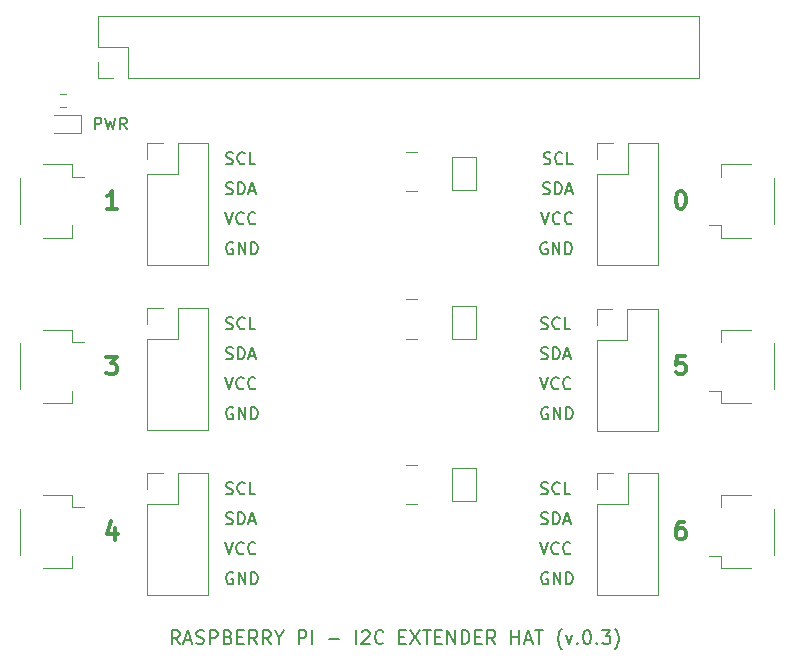
<source format=gbr>
%TF.GenerationSoftware,KiCad,Pcbnew,5.1.10*%
%TF.CreationDate,2021-06-19T09:57:27+02:00*%
%TF.ProjectId,RaspberryI2Cextender,52617370-6265-4727-9279-493243657874,rev?*%
%TF.SameCoordinates,Original*%
%TF.FileFunction,Legend,Top*%
%TF.FilePolarity,Positive*%
%FSLAX46Y46*%
G04 Gerber Fmt 4.6, Leading zero omitted, Abs format (unit mm)*
G04 Created by KiCad (PCBNEW 5.1.10) date 2021-06-19 09:57:27*
%MOMM*%
%LPD*%
G01*
G04 APERTURE LIST*
%ADD10C,0.150000*%
%ADD11C,0.300000*%
%ADD12C,0.120000*%
G04 APERTURE END LIST*
D10*
X146972976Y-82319761D02*
X147115833Y-82367380D01*
X147353928Y-82367380D01*
X147449166Y-82319761D01*
X147496785Y-82272142D01*
X147544404Y-82176904D01*
X147544404Y-82081666D01*
X147496785Y-81986428D01*
X147449166Y-81938809D01*
X147353928Y-81891190D01*
X147163452Y-81843571D01*
X147068214Y-81795952D01*
X147020595Y-81748333D01*
X146972976Y-81653095D01*
X146972976Y-81557857D01*
X147020595Y-81462619D01*
X147068214Y-81415000D01*
X147163452Y-81367380D01*
X147401547Y-81367380D01*
X147544404Y-81415000D01*
X147972976Y-82367380D02*
X147972976Y-81367380D01*
X148211071Y-81367380D01*
X148353928Y-81415000D01*
X148449166Y-81510238D01*
X148496785Y-81605476D01*
X148544404Y-81795952D01*
X148544404Y-81938809D01*
X148496785Y-82129285D01*
X148449166Y-82224523D01*
X148353928Y-82319761D01*
X148211071Y-82367380D01*
X147972976Y-82367380D01*
X148925357Y-82081666D02*
X149401547Y-82081666D01*
X148830119Y-82367380D02*
X149163452Y-81367380D01*
X149496785Y-82367380D01*
X147544404Y-86495000D02*
X147449166Y-86447380D01*
X147306309Y-86447380D01*
X147163452Y-86495000D01*
X147068214Y-86590238D01*
X147020595Y-86685476D01*
X146972976Y-86875952D01*
X146972976Y-87018809D01*
X147020595Y-87209285D01*
X147068214Y-87304523D01*
X147163452Y-87399761D01*
X147306309Y-87447380D01*
X147401547Y-87447380D01*
X147544404Y-87399761D01*
X147592023Y-87352142D01*
X147592023Y-87018809D01*
X147401547Y-87018809D01*
X148020595Y-87447380D02*
X148020595Y-86447380D01*
X148592023Y-87447380D01*
X148592023Y-86447380D01*
X149068214Y-87447380D02*
X149068214Y-86447380D01*
X149306309Y-86447380D01*
X149449166Y-86495000D01*
X149544404Y-86590238D01*
X149592023Y-86685476D01*
X149639642Y-86875952D01*
X149639642Y-87018809D01*
X149592023Y-87209285D01*
X149544404Y-87304523D01*
X149449166Y-87399761D01*
X149306309Y-87447380D01*
X149068214Y-87447380D01*
X146877738Y-83907380D02*
X147211071Y-84907380D01*
X147544404Y-83907380D01*
X148449166Y-84812142D02*
X148401547Y-84859761D01*
X148258690Y-84907380D01*
X148163452Y-84907380D01*
X148020595Y-84859761D01*
X147925357Y-84764523D01*
X147877738Y-84669285D01*
X147830119Y-84478809D01*
X147830119Y-84335952D01*
X147877738Y-84145476D01*
X147925357Y-84050238D01*
X148020595Y-83955000D01*
X148163452Y-83907380D01*
X148258690Y-83907380D01*
X148401547Y-83955000D01*
X148449166Y-84002619D01*
X149449166Y-84812142D02*
X149401547Y-84859761D01*
X149258690Y-84907380D01*
X149163452Y-84907380D01*
X149020595Y-84859761D01*
X148925357Y-84764523D01*
X148877738Y-84669285D01*
X148830119Y-84478809D01*
X148830119Y-84335952D01*
X148877738Y-84145476D01*
X148925357Y-84050238D01*
X149020595Y-83955000D01*
X149163452Y-83907380D01*
X149258690Y-83907380D01*
X149401547Y-83955000D01*
X149449166Y-84002619D01*
X146972976Y-79779761D02*
X147115833Y-79827380D01*
X147353928Y-79827380D01*
X147449166Y-79779761D01*
X147496785Y-79732142D01*
X147544404Y-79636904D01*
X147544404Y-79541666D01*
X147496785Y-79446428D01*
X147449166Y-79398809D01*
X147353928Y-79351190D01*
X147163452Y-79303571D01*
X147068214Y-79255952D01*
X147020595Y-79208333D01*
X146972976Y-79113095D01*
X146972976Y-79017857D01*
X147020595Y-78922619D01*
X147068214Y-78875000D01*
X147163452Y-78827380D01*
X147401547Y-78827380D01*
X147544404Y-78875000D01*
X148544404Y-79732142D02*
X148496785Y-79779761D01*
X148353928Y-79827380D01*
X148258690Y-79827380D01*
X148115833Y-79779761D01*
X148020595Y-79684523D01*
X147972976Y-79589285D01*
X147925357Y-79398809D01*
X147925357Y-79255952D01*
X147972976Y-79065476D01*
X148020595Y-78970238D01*
X148115833Y-78875000D01*
X148258690Y-78827380D01*
X148353928Y-78827380D01*
X148496785Y-78875000D01*
X148544404Y-78922619D01*
X149449166Y-79827380D02*
X148972976Y-79827380D01*
X148972976Y-78827380D01*
X146972976Y-65809761D02*
X147115833Y-65857380D01*
X147353928Y-65857380D01*
X147449166Y-65809761D01*
X147496785Y-65762142D01*
X147544404Y-65666904D01*
X147544404Y-65571666D01*
X147496785Y-65476428D01*
X147449166Y-65428809D01*
X147353928Y-65381190D01*
X147163452Y-65333571D01*
X147068214Y-65285952D01*
X147020595Y-65238333D01*
X146972976Y-65143095D01*
X146972976Y-65047857D01*
X147020595Y-64952619D01*
X147068214Y-64905000D01*
X147163452Y-64857380D01*
X147401547Y-64857380D01*
X147544404Y-64905000D01*
X148544404Y-65762142D02*
X148496785Y-65809761D01*
X148353928Y-65857380D01*
X148258690Y-65857380D01*
X148115833Y-65809761D01*
X148020595Y-65714523D01*
X147972976Y-65619285D01*
X147925357Y-65428809D01*
X147925357Y-65285952D01*
X147972976Y-65095476D01*
X148020595Y-65000238D01*
X148115833Y-64905000D01*
X148258690Y-64857380D01*
X148353928Y-64857380D01*
X148496785Y-64905000D01*
X148544404Y-64952619D01*
X149449166Y-65857380D02*
X148972976Y-65857380D01*
X148972976Y-64857380D01*
X146972976Y-68349761D02*
X147115833Y-68397380D01*
X147353928Y-68397380D01*
X147449166Y-68349761D01*
X147496785Y-68302142D01*
X147544404Y-68206904D01*
X147544404Y-68111666D01*
X147496785Y-68016428D01*
X147449166Y-67968809D01*
X147353928Y-67921190D01*
X147163452Y-67873571D01*
X147068214Y-67825952D01*
X147020595Y-67778333D01*
X146972976Y-67683095D01*
X146972976Y-67587857D01*
X147020595Y-67492619D01*
X147068214Y-67445000D01*
X147163452Y-67397380D01*
X147401547Y-67397380D01*
X147544404Y-67445000D01*
X147972976Y-68397380D02*
X147972976Y-67397380D01*
X148211071Y-67397380D01*
X148353928Y-67445000D01*
X148449166Y-67540238D01*
X148496785Y-67635476D01*
X148544404Y-67825952D01*
X148544404Y-67968809D01*
X148496785Y-68159285D01*
X148449166Y-68254523D01*
X148353928Y-68349761D01*
X148211071Y-68397380D01*
X147972976Y-68397380D01*
X148925357Y-68111666D02*
X149401547Y-68111666D01*
X148830119Y-68397380D02*
X149163452Y-67397380D01*
X149496785Y-68397380D01*
X147544404Y-72525000D02*
X147449166Y-72477380D01*
X147306309Y-72477380D01*
X147163452Y-72525000D01*
X147068214Y-72620238D01*
X147020595Y-72715476D01*
X146972976Y-72905952D01*
X146972976Y-73048809D01*
X147020595Y-73239285D01*
X147068214Y-73334523D01*
X147163452Y-73429761D01*
X147306309Y-73477380D01*
X147401547Y-73477380D01*
X147544404Y-73429761D01*
X147592023Y-73382142D01*
X147592023Y-73048809D01*
X147401547Y-73048809D01*
X148020595Y-73477380D02*
X148020595Y-72477380D01*
X148592023Y-73477380D01*
X148592023Y-72477380D01*
X149068214Y-73477380D02*
X149068214Y-72477380D01*
X149306309Y-72477380D01*
X149449166Y-72525000D01*
X149544404Y-72620238D01*
X149592023Y-72715476D01*
X149639642Y-72905952D01*
X149639642Y-73048809D01*
X149592023Y-73239285D01*
X149544404Y-73334523D01*
X149449166Y-73429761D01*
X149306309Y-73477380D01*
X149068214Y-73477380D01*
X146877738Y-69937380D02*
X147211071Y-70937380D01*
X147544404Y-69937380D01*
X148449166Y-70842142D02*
X148401547Y-70889761D01*
X148258690Y-70937380D01*
X148163452Y-70937380D01*
X148020595Y-70889761D01*
X147925357Y-70794523D01*
X147877738Y-70699285D01*
X147830119Y-70508809D01*
X147830119Y-70365952D01*
X147877738Y-70175476D01*
X147925357Y-70080238D01*
X148020595Y-69985000D01*
X148163452Y-69937380D01*
X148258690Y-69937380D01*
X148401547Y-69985000D01*
X148449166Y-70032619D01*
X149449166Y-70842142D02*
X149401547Y-70889761D01*
X149258690Y-70937380D01*
X149163452Y-70937380D01*
X149020595Y-70889761D01*
X148925357Y-70794523D01*
X148877738Y-70699285D01*
X148830119Y-70508809D01*
X148830119Y-70365952D01*
X148877738Y-70175476D01*
X148925357Y-70080238D01*
X149020595Y-69985000D01*
X149163452Y-69937380D01*
X149258690Y-69937380D01*
X149401547Y-69985000D01*
X149449166Y-70032619D01*
X147476785Y-58555000D02*
X147381547Y-58507380D01*
X147238690Y-58507380D01*
X147095833Y-58555000D01*
X147000595Y-58650238D01*
X146952976Y-58745476D01*
X146905357Y-58935952D01*
X146905357Y-59078809D01*
X146952976Y-59269285D01*
X147000595Y-59364523D01*
X147095833Y-59459761D01*
X147238690Y-59507380D01*
X147333928Y-59507380D01*
X147476785Y-59459761D01*
X147524404Y-59412142D01*
X147524404Y-59078809D01*
X147333928Y-59078809D01*
X147952976Y-59507380D02*
X147952976Y-58507380D01*
X148524404Y-59507380D01*
X148524404Y-58507380D01*
X149000595Y-59507380D02*
X149000595Y-58507380D01*
X149238690Y-58507380D01*
X149381547Y-58555000D01*
X149476785Y-58650238D01*
X149524404Y-58745476D01*
X149572023Y-58935952D01*
X149572023Y-59078809D01*
X149524404Y-59269285D01*
X149476785Y-59364523D01*
X149381547Y-59459761D01*
X149238690Y-59507380D01*
X149000595Y-59507380D01*
X147000595Y-55967380D02*
X147333928Y-56967380D01*
X147667261Y-55967380D01*
X148572023Y-56872142D02*
X148524404Y-56919761D01*
X148381547Y-56967380D01*
X148286309Y-56967380D01*
X148143452Y-56919761D01*
X148048214Y-56824523D01*
X148000595Y-56729285D01*
X147952976Y-56538809D01*
X147952976Y-56395952D01*
X148000595Y-56205476D01*
X148048214Y-56110238D01*
X148143452Y-56015000D01*
X148286309Y-55967380D01*
X148381547Y-55967380D01*
X148524404Y-56015000D01*
X148572023Y-56062619D01*
X149572023Y-56872142D02*
X149524404Y-56919761D01*
X149381547Y-56967380D01*
X149286309Y-56967380D01*
X149143452Y-56919761D01*
X149048214Y-56824523D01*
X149000595Y-56729285D01*
X148952976Y-56538809D01*
X148952976Y-56395952D01*
X149000595Y-56205476D01*
X149048214Y-56110238D01*
X149143452Y-56015000D01*
X149286309Y-55967380D01*
X149381547Y-55967380D01*
X149524404Y-56015000D01*
X149572023Y-56062619D01*
X147143452Y-54379761D02*
X147286309Y-54427380D01*
X147524404Y-54427380D01*
X147619642Y-54379761D01*
X147667261Y-54332142D01*
X147714880Y-54236904D01*
X147714880Y-54141666D01*
X147667261Y-54046428D01*
X147619642Y-53998809D01*
X147524404Y-53951190D01*
X147333928Y-53903571D01*
X147238690Y-53855952D01*
X147191071Y-53808333D01*
X147143452Y-53713095D01*
X147143452Y-53617857D01*
X147191071Y-53522619D01*
X147238690Y-53475000D01*
X147333928Y-53427380D01*
X147572023Y-53427380D01*
X147714880Y-53475000D01*
X148143452Y-54427380D02*
X148143452Y-53427380D01*
X148381547Y-53427380D01*
X148524404Y-53475000D01*
X148619642Y-53570238D01*
X148667261Y-53665476D01*
X148714880Y-53855952D01*
X148714880Y-53998809D01*
X148667261Y-54189285D01*
X148619642Y-54284523D01*
X148524404Y-54379761D01*
X148381547Y-54427380D01*
X148143452Y-54427380D01*
X149095833Y-54141666D02*
X149572023Y-54141666D01*
X149000595Y-54427380D02*
X149333928Y-53427380D01*
X149667261Y-54427380D01*
X147191071Y-51839761D02*
X147333928Y-51887380D01*
X147572023Y-51887380D01*
X147667261Y-51839761D01*
X147714880Y-51792142D01*
X147762500Y-51696904D01*
X147762500Y-51601666D01*
X147714880Y-51506428D01*
X147667261Y-51458809D01*
X147572023Y-51411190D01*
X147381547Y-51363571D01*
X147286309Y-51315952D01*
X147238690Y-51268333D01*
X147191071Y-51173095D01*
X147191071Y-51077857D01*
X147238690Y-50982619D01*
X147286309Y-50935000D01*
X147381547Y-50887380D01*
X147619642Y-50887380D01*
X147762500Y-50935000D01*
X148762500Y-51792142D02*
X148714880Y-51839761D01*
X148572023Y-51887380D01*
X148476785Y-51887380D01*
X148333928Y-51839761D01*
X148238690Y-51744523D01*
X148191071Y-51649285D01*
X148143452Y-51458809D01*
X148143452Y-51315952D01*
X148191071Y-51125476D01*
X148238690Y-51030238D01*
X148333928Y-50935000D01*
X148476785Y-50887380D01*
X148572023Y-50887380D01*
X148714880Y-50935000D01*
X148762500Y-50982619D01*
X149667261Y-51887380D02*
X149191071Y-51887380D01*
X149191071Y-50887380D01*
X120302976Y-82319761D02*
X120445833Y-82367380D01*
X120683928Y-82367380D01*
X120779166Y-82319761D01*
X120826785Y-82272142D01*
X120874404Y-82176904D01*
X120874404Y-82081666D01*
X120826785Y-81986428D01*
X120779166Y-81938809D01*
X120683928Y-81891190D01*
X120493452Y-81843571D01*
X120398214Y-81795952D01*
X120350595Y-81748333D01*
X120302976Y-81653095D01*
X120302976Y-81557857D01*
X120350595Y-81462619D01*
X120398214Y-81415000D01*
X120493452Y-81367380D01*
X120731547Y-81367380D01*
X120874404Y-81415000D01*
X121302976Y-82367380D02*
X121302976Y-81367380D01*
X121541071Y-81367380D01*
X121683928Y-81415000D01*
X121779166Y-81510238D01*
X121826785Y-81605476D01*
X121874404Y-81795952D01*
X121874404Y-81938809D01*
X121826785Y-82129285D01*
X121779166Y-82224523D01*
X121683928Y-82319761D01*
X121541071Y-82367380D01*
X121302976Y-82367380D01*
X122255357Y-82081666D02*
X122731547Y-82081666D01*
X122160119Y-82367380D02*
X122493452Y-81367380D01*
X122826785Y-82367380D01*
X120874404Y-86495000D02*
X120779166Y-86447380D01*
X120636309Y-86447380D01*
X120493452Y-86495000D01*
X120398214Y-86590238D01*
X120350595Y-86685476D01*
X120302976Y-86875952D01*
X120302976Y-87018809D01*
X120350595Y-87209285D01*
X120398214Y-87304523D01*
X120493452Y-87399761D01*
X120636309Y-87447380D01*
X120731547Y-87447380D01*
X120874404Y-87399761D01*
X120922023Y-87352142D01*
X120922023Y-87018809D01*
X120731547Y-87018809D01*
X121350595Y-87447380D02*
X121350595Y-86447380D01*
X121922023Y-87447380D01*
X121922023Y-86447380D01*
X122398214Y-87447380D02*
X122398214Y-86447380D01*
X122636309Y-86447380D01*
X122779166Y-86495000D01*
X122874404Y-86590238D01*
X122922023Y-86685476D01*
X122969642Y-86875952D01*
X122969642Y-87018809D01*
X122922023Y-87209285D01*
X122874404Y-87304523D01*
X122779166Y-87399761D01*
X122636309Y-87447380D01*
X122398214Y-87447380D01*
X120207738Y-83907380D02*
X120541071Y-84907380D01*
X120874404Y-83907380D01*
X121779166Y-84812142D02*
X121731547Y-84859761D01*
X121588690Y-84907380D01*
X121493452Y-84907380D01*
X121350595Y-84859761D01*
X121255357Y-84764523D01*
X121207738Y-84669285D01*
X121160119Y-84478809D01*
X121160119Y-84335952D01*
X121207738Y-84145476D01*
X121255357Y-84050238D01*
X121350595Y-83955000D01*
X121493452Y-83907380D01*
X121588690Y-83907380D01*
X121731547Y-83955000D01*
X121779166Y-84002619D01*
X122779166Y-84812142D02*
X122731547Y-84859761D01*
X122588690Y-84907380D01*
X122493452Y-84907380D01*
X122350595Y-84859761D01*
X122255357Y-84764523D01*
X122207738Y-84669285D01*
X122160119Y-84478809D01*
X122160119Y-84335952D01*
X122207738Y-84145476D01*
X122255357Y-84050238D01*
X122350595Y-83955000D01*
X122493452Y-83907380D01*
X122588690Y-83907380D01*
X122731547Y-83955000D01*
X122779166Y-84002619D01*
X120302976Y-79779761D02*
X120445833Y-79827380D01*
X120683928Y-79827380D01*
X120779166Y-79779761D01*
X120826785Y-79732142D01*
X120874404Y-79636904D01*
X120874404Y-79541666D01*
X120826785Y-79446428D01*
X120779166Y-79398809D01*
X120683928Y-79351190D01*
X120493452Y-79303571D01*
X120398214Y-79255952D01*
X120350595Y-79208333D01*
X120302976Y-79113095D01*
X120302976Y-79017857D01*
X120350595Y-78922619D01*
X120398214Y-78875000D01*
X120493452Y-78827380D01*
X120731547Y-78827380D01*
X120874404Y-78875000D01*
X121874404Y-79732142D02*
X121826785Y-79779761D01*
X121683928Y-79827380D01*
X121588690Y-79827380D01*
X121445833Y-79779761D01*
X121350595Y-79684523D01*
X121302976Y-79589285D01*
X121255357Y-79398809D01*
X121255357Y-79255952D01*
X121302976Y-79065476D01*
X121350595Y-78970238D01*
X121445833Y-78875000D01*
X121588690Y-78827380D01*
X121683928Y-78827380D01*
X121826785Y-78875000D01*
X121874404Y-78922619D01*
X122779166Y-79827380D02*
X122302976Y-79827380D01*
X122302976Y-78827380D01*
X120302976Y-68349761D02*
X120445833Y-68397380D01*
X120683928Y-68397380D01*
X120779166Y-68349761D01*
X120826785Y-68302142D01*
X120874404Y-68206904D01*
X120874404Y-68111666D01*
X120826785Y-68016428D01*
X120779166Y-67968809D01*
X120683928Y-67921190D01*
X120493452Y-67873571D01*
X120398214Y-67825952D01*
X120350595Y-67778333D01*
X120302976Y-67683095D01*
X120302976Y-67587857D01*
X120350595Y-67492619D01*
X120398214Y-67445000D01*
X120493452Y-67397380D01*
X120731547Y-67397380D01*
X120874404Y-67445000D01*
X121302976Y-68397380D02*
X121302976Y-67397380D01*
X121541071Y-67397380D01*
X121683928Y-67445000D01*
X121779166Y-67540238D01*
X121826785Y-67635476D01*
X121874404Y-67825952D01*
X121874404Y-67968809D01*
X121826785Y-68159285D01*
X121779166Y-68254523D01*
X121683928Y-68349761D01*
X121541071Y-68397380D01*
X121302976Y-68397380D01*
X122255357Y-68111666D02*
X122731547Y-68111666D01*
X122160119Y-68397380D02*
X122493452Y-67397380D01*
X122826785Y-68397380D01*
X120874404Y-72525000D02*
X120779166Y-72477380D01*
X120636309Y-72477380D01*
X120493452Y-72525000D01*
X120398214Y-72620238D01*
X120350595Y-72715476D01*
X120302976Y-72905952D01*
X120302976Y-73048809D01*
X120350595Y-73239285D01*
X120398214Y-73334523D01*
X120493452Y-73429761D01*
X120636309Y-73477380D01*
X120731547Y-73477380D01*
X120874404Y-73429761D01*
X120922023Y-73382142D01*
X120922023Y-73048809D01*
X120731547Y-73048809D01*
X121350595Y-73477380D02*
X121350595Y-72477380D01*
X121922023Y-73477380D01*
X121922023Y-72477380D01*
X122398214Y-73477380D02*
X122398214Y-72477380D01*
X122636309Y-72477380D01*
X122779166Y-72525000D01*
X122874404Y-72620238D01*
X122922023Y-72715476D01*
X122969642Y-72905952D01*
X122969642Y-73048809D01*
X122922023Y-73239285D01*
X122874404Y-73334523D01*
X122779166Y-73429761D01*
X122636309Y-73477380D01*
X122398214Y-73477380D01*
X120207738Y-69937380D02*
X120541071Y-70937380D01*
X120874404Y-69937380D01*
X121779166Y-70842142D02*
X121731547Y-70889761D01*
X121588690Y-70937380D01*
X121493452Y-70937380D01*
X121350595Y-70889761D01*
X121255357Y-70794523D01*
X121207738Y-70699285D01*
X121160119Y-70508809D01*
X121160119Y-70365952D01*
X121207738Y-70175476D01*
X121255357Y-70080238D01*
X121350595Y-69985000D01*
X121493452Y-69937380D01*
X121588690Y-69937380D01*
X121731547Y-69985000D01*
X121779166Y-70032619D01*
X122779166Y-70842142D02*
X122731547Y-70889761D01*
X122588690Y-70937380D01*
X122493452Y-70937380D01*
X122350595Y-70889761D01*
X122255357Y-70794523D01*
X122207738Y-70699285D01*
X122160119Y-70508809D01*
X122160119Y-70365952D01*
X122207738Y-70175476D01*
X122255357Y-70080238D01*
X122350595Y-69985000D01*
X122493452Y-69937380D01*
X122588690Y-69937380D01*
X122731547Y-69985000D01*
X122779166Y-70032619D01*
X120302976Y-65809761D02*
X120445833Y-65857380D01*
X120683928Y-65857380D01*
X120779166Y-65809761D01*
X120826785Y-65762142D01*
X120874404Y-65666904D01*
X120874404Y-65571666D01*
X120826785Y-65476428D01*
X120779166Y-65428809D01*
X120683928Y-65381190D01*
X120493452Y-65333571D01*
X120398214Y-65285952D01*
X120350595Y-65238333D01*
X120302976Y-65143095D01*
X120302976Y-65047857D01*
X120350595Y-64952619D01*
X120398214Y-64905000D01*
X120493452Y-64857380D01*
X120731547Y-64857380D01*
X120874404Y-64905000D01*
X121874404Y-65762142D02*
X121826785Y-65809761D01*
X121683928Y-65857380D01*
X121588690Y-65857380D01*
X121445833Y-65809761D01*
X121350595Y-65714523D01*
X121302976Y-65619285D01*
X121255357Y-65428809D01*
X121255357Y-65285952D01*
X121302976Y-65095476D01*
X121350595Y-65000238D01*
X121445833Y-64905000D01*
X121588690Y-64857380D01*
X121683928Y-64857380D01*
X121826785Y-64905000D01*
X121874404Y-64952619D01*
X122779166Y-65857380D02*
X122302976Y-65857380D01*
X122302976Y-64857380D01*
X120207738Y-55967380D02*
X120541071Y-56967380D01*
X120874404Y-55967380D01*
X121779166Y-56872142D02*
X121731547Y-56919761D01*
X121588690Y-56967380D01*
X121493452Y-56967380D01*
X121350595Y-56919761D01*
X121255357Y-56824523D01*
X121207738Y-56729285D01*
X121160119Y-56538809D01*
X121160119Y-56395952D01*
X121207738Y-56205476D01*
X121255357Y-56110238D01*
X121350595Y-56015000D01*
X121493452Y-55967380D01*
X121588690Y-55967380D01*
X121731547Y-56015000D01*
X121779166Y-56062619D01*
X122779166Y-56872142D02*
X122731547Y-56919761D01*
X122588690Y-56967380D01*
X122493452Y-56967380D01*
X122350595Y-56919761D01*
X122255357Y-56824523D01*
X122207738Y-56729285D01*
X122160119Y-56538809D01*
X122160119Y-56395952D01*
X122207738Y-56205476D01*
X122255357Y-56110238D01*
X122350595Y-56015000D01*
X122493452Y-55967380D01*
X122588690Y-55967380D01*
X122731547Y-56015000D01*
X122779166Y-56062619D01*
X120302976Y-54379761D02*
X120445833Y-54427380D01*
X120683928Y-54427380D01*
X120779166Y-54379761D01*
X120826785Y-54332142D01*
X120874404Y-54236904D01*
X120874404Y-54141666D01*
X120826785Y-54046428D01*
X120779166Y-53998809D01*
X120683928Y-53951190D01*
X120493452Y-53903571D01*
X120398214Y-53855952D01*
X120350595Y-53808333D01*
X120302976Y-53713095D01*
X120302976Y-53617857D01*
X120350595Y-53522619D01*
X120398214Y-53475000D01*
X120493452Y-53427380D01*
X120731547Y-53427380D01*
X120874404Y-53475000D01*
X121302976Y-54427380D02*
X121302976Y-53427380D01*
X121541071Y-53427380D01*
X121683928Y-53475000D01*
X121779166Y-53570238D01*
X121826785Y-53665476D01*
X121874404Y-53855952D01*
X121874404Y-53998809D01*
X121826785Y-54189285D01*
X121779166Y-54284523D01*
X121683928Y-54379761D01*
X121541071Y-54427380D01*
X121302976Y-54427380D01*
X122255357Y-54141666D02*
X122731547Y-54141666D01*
X122160119Y-54427380D02*
X122493452Y-53427380D01*
X122826785Y-54427380D01*
X120302976Y-51839761D02*
X120445833Y-51887380D01*
X120683928Y-51887380D01*
X120779166Y-51839761D01*
X120826785Y-51792142D01*
X120874404Y-51696904D01*
X120874404Y-51601666D01*
X120826785Y-51506428D01*
X120779166Y-51458809D01*
X120683928Y-51411190D01*
X120493452Y-51363571D01*
X120398214Y-51315952D01*
X120350595Y-51268333D01*
X120302976Y-51173095D01*
X120302976Y-51077857D01*
X120350595Y-50982619D01*
X120398214Y-50935000D01*
X120493452Y-50887380D01*
X120731547Y-50887380D01*
X120874404Y-50935000D01*
X121874404Y-51792142D02*
X121826785Y-51839761D01*
X121683928Y-51887380D01*
X121588690Y-51887380D01*
X121445833Y-51839761D01*
X121350595Y-51744523D01*
X121302976Y-51649285D01*
X121255357Y-51458809D01*
X121255357Y-51315952D01*
X121302976Y-51125476D01*
X121350595Y-51030238D01*
X121445833Y-50935000D01*
X121588690Y-50887380D01*
X121683928Y-50887380D01*
X121826785Y-50935000D01*
X121874404Y-50982619D01*
X122779166Y-51887380D02*
X122302976Y-51887380D01*
X122302976Y-50887380D01*
X120874404Y-58555000D02*
X120779166Y-58507380D01*
X120636309Y-58507380D01*
X120493452Y-58555000D01*
X120398214Y-58650238D01*
X120350595Y-58745476D01*
X120302976Y-58935952D01*
X120302976Y-59078809D01*
X120350595Y-59269285D01*
X120398214Y-59364523D01*
X120493452Y-59459761D01*
X120636309Y-59507380D01*
X120731547Y-59507380D01*
X120874404Y-59459761D01*
X120922023Y-59412142D01*
X120922023Y-59078809D01*
X120731547Y-59078809D01*
X121350595Y-59507380D02*
X121350595Y-58507380D01*
X121922023Y-59507380D01*
X121922023Y-58507380D01*
X122398214Y-59507380D02*
X122398214Y-58507380D01*
X122636309Y-58507380D01*
X122779166Y-58555000D01*
X122874404Y-58650238D01*
X122922023Y-58745476D01*
X122969642Y-58935952D01*
X122969642Y-59078809D01*
X122922023Y-59269285D01*
X122874404Y-59364523D01*
X122779166Y-59459761D01*
X122636309Y-59507380D01*
X122398214Y-59507380D01*
X116356904Y-92520238D02*
X115973571Y-91972619D01*
X115699761Y-92520238D02*
X115699761Y-91370238D01*
X116137857Y-91370238D01*
X116247380Y-91425000D01*
X116302142Y-91479761D01*
X116356904Y-91589285D01*
X116356904Y-91753571D01*
X116302142Y-91863095D01*
X116247380Y-91917857D01*
X116137857Y-91972619D01*
X115699761Y-91972619D01*
X116795000Y-92191666D02*
X117342619Y-92191666D01*
X116685476Y-92520238D02*
X117068809Y-91370238D01*
X117452142Y-92520238D01*
X117780714Y-92465476D02*
X117945000Y-92520238D01*
X118218809Y-92520238D01*
X118328333Y-92465476D01*
X118383095Y-92410714D01*
X118437857Y-92301190D01*
X118437857Y-92191666D01*
X118383095Y-92082142D01*
X118328333Y-92027380D01*
X118218809Y-91972619D01*
X117999761Y-91917857D01*
X117890238Y-91863095D01*
X117835476Y-91808333D01*
X117780714Y-91698809D01*
X117780714Y-91589285D01*
X117835476Y-91479761D01*
X117890238Y-91425000D01*
X117999761Y-91370238D01*
X118273571Y-91370238D01*
X118437857Y-91425000D01*
X118930714Y-92520238D02*
X118930714Y-91370238D01*
X119368809Y-91370238D01*
X119478333Y-91425000D01*
X119533095Y-91479761D01*
X119587857Y-91589285D01*
X119587857Y-91753571D01*
X119533095Y-91863095D01*
X119478333Y-91917857D01*
X119368809Y-91972619D01*
X118930714Y-91972619D01*
X120464047Y-91917857D02*
X120628333Y-91972619D01*
X120683095Y-92027380D01*
X120737857Y-92136904D01*
X120737857Y-92301190D01*
X120683095Y-92410714D01*
X120628333Y-92465476D01*
X120518809Y-92520238D01*
X120080714Y-92520238D01*
X120080714Y-91370238D01*
X120464047Y-91370238D01*
X120573571Y-91425000D01*
X120628333Y-91479761D01*
X120683095Y-91589285D01*
X120683095Y-91698809D01*
X120628333Y-91808333D01*
X120573571Y-91863095D01*
X120464047Y-91917857D01*
X120080714Y-91917857D01*
X121230714Y-91917857D02*
X121614047Y-91917857D01*
X121778333Y-92520238D02*
X121230714Y-92520238D01*
X121230714Y-91370238D01*
X121778333Y-91370238D01*
X122928333Y-92520238D02*
X122545000Y-91972619D01*
X122271190Y-92520238D02*
X122271190Y-91370238D01*
X122709285Y-91370238D01*
X122818809Y-91425000D01*
X122873571Y-91479761D01*
X122928333Y-91589285D01*
X122928333Y-91753571D01*
X122873571Y-91863095D01*
X122818809Y-91917857D01*
X122709285Y-91972619D01*
X122271190Y-91972619D01*
X124078333Y-92520238D02*
X123695000Y-91972619D01*
X123421190Y-92520238D02*
X123421190Y-91370238D01*
X123859285Y-91370238D01*
X123968809Y-91425000D01*
X124023571Y-91479761D01*
X124078333Y-91589285D01*
X124078333Y-91753571D01*
X124023571Y-91863095D01*
X123968809Y-91917857D01*
X123859285Y-91972619D01*
X123421190Y-91972619D01*
X124790238Y-91972619D02*
X124790238Y-92520238D01*
X124406904Y-91370238D02*
X124790238Y-91972619D01*
X125173571Y-91370238D01*
X126433095Y-92520238D02*
X126433095Y-91370238D01*
X126871190Y-91370238D01*
X126980714Y-91425000D01*
X127035476Y-91479761D01*
X127090238Y-91589285D01*
X127090238Y-91753571D01*
X127035476Y-91863095D01*
X126980714Y-91917857D01*
X126871190Y-91972619D01*
X126433095Y-91972619D01*
X127583095Y-92520238D02*
X127583095Y-91370238D01*
X129006904Y-92082142D02*
X129883095Y-92082142D01*
X131306904Y-92520238D02*
X131306904Y-91370238D01*
X131799761Y-91479761D02*
X131854523Y-91425000D01*
X131964047Y-91370238D01*
X132237857Y-91370238D01*
X132347380Y-91425000D01*
X132402142Y-91479761D01*
X132456904Y-91589285D01*
X132456904Y-91698809D01*
X132402142Y-91863095D01*
X131745000Y-92520238D01*
X132456904Y-92520238D01*
X133606904Y-92410714D02*
X133552142Y-92465476D01*
X133387857Y-92520238D01*
X133278333Y-92520238D01*
X133114047Y-92465476D01*
X133004523Y-92355952D01*
X132949761Y-92246428D01*
X132895000Y-92027380D01*
X132895000Y-91863095D01*
X132949761Y-91644047D01*
X133004523Y-91534523D01*
X133114047Y-91425000D01*
X133278333Y-91370238D01*
X133387857Y-91370238D01*
X133552142Y-91425000D01*
X133606904Y-91479761D01*
X134975952Y-91917857D02*
X135359285Y-91917857D01*
X135523571Y-92520238D02*
X134975952Y-92520238D01*
X134975952Y-91370238D01*
X135523571Y-91370238D01*
X135906904Y-91370238D02*
X136673571Y-92520238D01*
X136673571Y-91370238D02*
X135906904Y-92520238D01*
X136947380Y-91370238D02*
X137604523Y-91370238D01*
X137275952Y-92520238D02*
X137275952Y-91370238D01*
X137987857Y-91917857D02*
X138371190Y-91917857D01*
X138535476Y-92520238D02*
X137987857Y-92520238D01*
X137987857Y-91370238D01*
X138535476Y-91370238D01*
X139028333Y-92520238D02*
X139028333Y-91370238D01*
X139685476Y-92520238D01*
X139685476Y-91370238D01*
X140233095Y-92520238D02*
X140233095Y-91370238D01*
X140506904Y-91370238D01*
X140671190Y-91425000D01*
X140780714Y-91534523D01*
X140835476Y-91644047D01*
X140890238Y-91863095D01*
X140890238Y-92027380D01*
X140835476Y-92246428D01*
X140780714Y-92355952D01*
X140671190Y-92465476D01*
X140506904Y-92520238D01*
X140233095Y-92520238D01*
X141383095Y-91917857D02*
X141766428Y-91917857D01*
X141930714Y-92520238D02*
X141383095Y-92520238D01*
X141383095Y-91370238D01*
X141930714Y-91370238D01*
X143080714Y-92520238D02*
X142697380Y-91972619D01*
X142423571Y-92520238D02*
X142423571Y-91370238D01*
X142861666Y-91370238D01*
X142971190Y-91425000D01*
X143025952Y-91479761D01*
X143080714Y-91589285D01*
X143080714Y-91753571D01*
X143025952Y-91863095D01*
X142971190Y-91917857D01*
X142861666Y-91972619D01*
X142423571Y-91972619D01*
X144449761Y-92520238D02*
X144449761Y-91370238D01*
X144449761Y-91917857D02*
X145106904Y-91917857D01*
X145106904Y-92520238D02*
X145106904Y-91370238D01*
X145599761Y-92191666D02*
X146147380Y-92191666D01*
X145490238Y-92520238D02*
X145873571Y-91370238D01*
X146256904Y-92520238D01*
X146475952Y-91370238D02*
X147133095Y-91370238D01*
X146804523Y-92520238D02*
X146804523Y-91370238D01*
X148721190Y-92958333D02*
X148666428Y-92903571D01*
X148556904Y-92739285D01*
X148502142Y-92629761D01*
X148447380Y-92465476D01*
X148392619Y-92191666D01*
X148392619Y-91972619D01*
X148447380Y-91698809D01*
X148502142Y-91534523D01*
X148556904Y-91425000D01*
X148666428Y-91260714D01*
X148721190Y-91205952D01*
X149049761Y-91753571D02*
X149323571Y-92520238D01*
X149597380Y-91753571D01*
X150035476Y-92410714D02*
X150090238Y-92465476D01*
X150035476Y-92520238D01*
X149980714Y-92465476D01*
X150035476Y-92410714D01*
X150035476Y-92520238D01*
X150802142Y-91370238D02*
X150911666Y-91370238D01*
X151021190Y-91425000D01*
X151075952Y-91479761D01*
X151130714Y-91589285D01*
X151185476Y-91808333D01*
X151185476Y-92082142D01*
X151130714Y-92301190D01*
X151075952Y-92410714D01*
X151021190Y-92465476D01*
X150911666Y-92520238D01*
X150802142Y-92520238D01*
X150692619Y-92465476D01*
X150637857Y-92410714D01*
X150583095Y-92301190D01*
X150528333Y-92082142D01*
X150528333Y-91808333D01*
X150583095Y-91589285D01*
X150637857Y-91479761D01*
X150692619Y-91425000D01*
X150802142Y-91370238D01*
X151678333Y-92410714D02*
X151733095Y-92465476D01*
X151678333Y-92520238D01*
X151623571Y-92465476D01*
X151678333Y-92410714D01*
X151678333Y-92520238D01*
X152116428Y-91370238D02*
X152828333Y-91370238D01*
X152445000Y-91808333D01*
X152609285Y-91808333D01*
X152718809Y-91863095D01*
X152773571Y-91917857D01*
X152828333Y-92027380D01*
X152828333Y-92301190D01*
X152773571Y-92410714D01*
X152718809Y-92465476D01*
X152609285Y-92520238D01*
X152280714Y-92520238D01*
X152171190Y-92465476D01*
X152116428Y-92410714D01*
X153211666Y-92958333D02*
X153266428Y-92903571D01*
X153375952Y-92739285D01*
X153430714Y-92629761D01*
X153485476Y-92465476D01*
X153540238Y-92191666D01*
X153540238Y-91972619D01*
X153485476Y-91698809D01*
X153430714Y-91534523D01*
X153375952Y-91425000D01*
X153266428Y-91260714D01*
X153211666Y-91205952D01*
D11*
X159085714Y-82148571D02*
X158800000Y-82148571D01*
X158657142Y-82220000D01*
X158585714Y-82291428D01*
X158442857Y-82505714D01*
X158371428Y-82791428D01*
X158371428Y-83362857D01*
X158442857Y-83505714D01*
X158514285Y-83577142D01*
X158657142Y-83648571D01*
X158942857Y-83648571D01*
X159085714Y-83577142D01*
X159157142Y-83505714D01*
X159228571Y-83362857D01*
X159228571Y-83005714D01*
X159157142Y-82862857D01*
X159085714Y-82791428D01*
X158942857Y-82720000D01*
X158657142Y-82720000D01*
X158514285Y-82791428D01*
X158442857Y-82862857D01*
X158371428Y-83005714D01*
X159157142Y-68148571D02*
X158442857Y-68148571D01*
X158371428Y-68862857D01*
X158442857Y-68791428D01*
X158585714Y-68720000D01*
X158942857Y-68720000D01*
X159085714Y-68791428D01*
X159157142Y-68862857D01*
X159228571Y-69005714D01*
X159228571Y-69362857D01*
X159157142Y-69505714D01*
X159085714Y-69577142D01*
X158942857Y-69648571D01*
X158585714Y-69648571D01*
X158442857Y-69577142D01*
X158371428Y-69505714D01*
X158728571Y-54148571D02*
X158871428Y-54148571D01*
X159014285Y-54220000D01*
X159085714Y-54291428D01*
X159157142Y-54434285D01*
X159228571Y-54720000D01*
X159228571Y-55077142D01*
X159157142Y-55362857D01*
X159085714Y-55505714D01*
X159014285Y-55577142D01*
X158871428Y-55648571D01*
X158728571Y-55648571D01*
X158585714Y-55577142D01*
X158514285Y-55505714D01*
X158442857Y-55362857D01*
X158371428Y-55077142D01*
X158371428Y-54720000D01*
X158442857Y-54434285D01*
X158514285Y-54291428D01*
X158585714Y-54220000D01*
X158728571Y-54148571D01*
D10*
X109166666Y-48952380D02*
X109166666Y-47952380D01*
X109547619Y-47952380D01*
X109642857Y-48000000D01*
X109690476Y-48047619D01*
X109738095Y-48142857D01*
X109738095Y-48285714D01*
X109690476Y-48380952D01*
X109642857Y-48428571D01*
X109547619Y-48476190D01*
X109166666Y-48476190D01*
X110071428Y-47952380D02*
X110309523Y-48952380D01*
X110500000Y-48238095D01*
X110690476Y-48952380D01*
X110928571Y-47952380D01*
X111880952Y-48952380D02*
X111547619Y-48476190D01*
X111309523Y-48952380D02*
X111309523Y-47952380D01*
X111690476Y-47952380D01*
X111785714Y-48000000D01*
X111833333Y-48047619D01*
X111880952Y-48142857D01*
X111880952Y-48285714D01*
X111833333Y-48380952D01*
X111785714Y-48428571D01*
X111690476Y-48476190D01*
X111309523Y-48476190D01*
D11*
X110920714Y-82678571D02*
X110920714Y-83678571D01*
X110563571Y-82107142D02*
X110206428Y-83178571D01*
X111135000Y-83178571D01*
X110135000Y-68178571D02*
X111063571Y-68178571D01*
X110563571Y-68750000D01*
X110777857Y-68750000D01*
X110920714Y-68821428D01*
X110992142Y-68892857D01*
X111063571Y-69035714D01*
X111063571Y-69392857D01*
X110992142Y-69535714D01*
X110920714Y-69607142D01*
X110777857Y-69678571D01*
X110349285Y-69678571D01*
X110206428Y-69607142D01*
X110135000Y-69535714D01*
X111063571Y-55678571D02*
X110206428Y-55678571D01*
X110635000Y-55678571D02*
X110635000Y-54178571D01*
X110492142Y-54392857D01*
X110349285Y-54535714D01*
X110206428Y-54607142D01*
D12*
%TO.C,J1*%
X160340000Y-44580000D02*
X160340000Y-39380000D01*
X112020000Y-44580000D02*
X160340000Y-44580000D01*
X109420000Y-39380000D02*
X160340000Y-39380000D01*
X112020000Y-44580000D02*
X112020000Y-41980000D01*
X112020000Y-41980000D02*
X109420000Y-41980000D01*
X109420000Y-41980000D02*
X109420000Y-39380000D01*
X110750000Y-44580000D02*
X109420000Y-44580000D01*
X109420000Y-44580000D02*
X109420000Y-43250000D01*
%TO.C,J2*%
X104785000Y-51890000D02*
X107285000Y-51890000D01*
X107285000Y-51890000D02*
X107285000Y-52940000D01*
X107285000Y-52940000D02*
X108275000Y-52940000D01*
X104785000Y-58110000D02*
X107285000Y-58110000D01*
X107285000Y-58110000D02*
X107285000Y-57060000D01*
X102815000Y-53060000D02*
X102815000Y-56940000D01*
%TO.C,D1*%
X107985000Y-47765000D02*
X105700000Y-47765000D01*
X107985000Y-49235000D02*
X107985000Y-47765000D01*
X105700000Y-49235000D02*
X107985000Y-49235000D01*
%TO.C,R1*%
X106262742Y-47022500D02*
X106737258Y-47022500D01*
X106262742Y-45977500D02*
X106737258Y-45977500D01*
%TO.C,J3*%
X102815000Y-67060000D02*
X102815000Y-70940000D01*
X107285000Y-72110000D02*
X107285000Y-71060000D01*
X104785000Y-72110000D02*
X107285000Y-72110000D01*
X107285000Y-66940000D02*
X108275000Y-66940000D01*
X107285000Y-65890000D02*
X107285000Y-66940000D01*
X104785000Y-65890000D02*
X107285000Y-65890000D01*
%TO.C,J4*%
X102815000Y-81060000D02*
X102815000Y-84940000D01*
X107285000Y-86110000D02*
X107285000Y-85060000D01*
X104785000Y-86110000D02*
X107285000Y-86110000D01*
X107285000Y-80940000D02*
X108275000Y-80940000D01*
X107285000Y-79890000D02*
X107285000Y-80940000D01*
X104785000Y-79890000D02*
X107285000Y-79890000D01*
%TO.C,J5*%
X164715000Y-72110000D02*
X162215000Y-72110000D01*
X162215000Y-72110000D02*
X162215000Y-71060000D01*
X162215000Y-71060000D02*
X161225000Y-71060000D01*
X164715000Y-65890000D02*
X162215000Y-65890000D01*
X162215000Y-65890000D02*
X162215000Y-66940000D01*
X166685000Y-70940000D02*
X166685000Y-67060000D01*
%TO.C,J6*%
X164715000Y-58110000D02*
X162215000Y-58110000D01*
X162215000Y-58110000D02*
X162215000Y-57060000D01*
X162215000Y-57060000D02*
X161225000Y-57060000D01*
X164715000Y-51890000D02*
X162215000Y-51890000D01*
X162215000Y-51890000D02*
X162215000Y-52940000D01*
X166685000Y-56940000D02*
X166685000Y-53060000D01*
%TO.C,J7*%
X166685000Y-84940000D02*
X166685000Y-81060000D01*
X162215000Y-79890000D02*
X162215000Y-80940000D01*
X164715000Y-79890000D02*
X162215000Y-79890000D01*
X162215000Y-85060000D02*
X161225000Y-85060000D01*
X162215000Y-86110000D02*
X162215000Y-85060000D01*
X164715000Y-86110000D02*
X162215000Y-86110000D01*
%TO.C,J8*%
X113605000Y-60385000D02*
X118805000Y-60385000D01*
X113605000Y-52705000D02*
X113605000Y-60385000D01*
X118805000Y-50105000D02*
X118805000Y-60385000D01*
X113605000Y-52705000D02*
X116205000Y-52705000D01*
X116205000Y-52705000D02*
X116205000Y-50105000D01*
X116205000Y-50105000D02*
X118805000Y-50105000D01*
X113605000Y-51435000D02*
X113605000Y-50105000D01*
X113605000Y-50105000D02*
X114935000Y-50105000D01*
%TO.C,J9*%
X113605000Y-64075000D02*
X114935000Y-64075000D01*
X113605000Y-65405000D02*
X113605000Y-64075000D01*
X116205000Y-64075000D02*
X118805000Y-64075000D01*
X116205000Y-66675000D02*
X116205000Y-64075000D01*
X113605000Y-66675000D02*
X116205000Y-66675000D01*
X118805000Y-64075000D02*
X118805000Y-74355000D01*
X113605000Y-66675000D02*
X113605000Y-74355000D01*
X113605000Y-74355000D02*
X118805000Y-74355000D01*
%TO.C,J10*%
X113605000Y-88325000D02*
X118805000Y-88325000D01*
X113605000Y-80645000D02*
X113605000Y-88325000D01*
X118805000Y-78045000D02*
X118805000Y-88325000D01*
X113605000Y-80645000D02*
X116205000Y-80645000D01*
X116205000Y-80645000D02*
X116205000Y-78045000D01*
X116205000Y-78045000D02*
X118805000Y-78045000D01*
X113605000Y-79375000D02*
X113605000Y-78045000D01*
X113605000Y-78045000D02*
X114935000Y-78045000D01*
%TO.C,J11*%
X151670000Y-64170000D02*
X153000000Y-64170000D01*
X151670000Y-65500000D02*
X151670000Y-64170000D01*
X154270000Y-64170000D02*
X156870000Y-64170000D01*
X154270000Y-66770000D02*
X154270000Y-64170000D01*
X151670000Y-66770000D02*
X154270000Y-66770000D01*
X156870000Y-64170000D02*
X156870000Y-74450000D01*
X151670000Y-66770000D02*
X151670000Y-74450000D01*
X151670000Y-74450000D02*
X156870000Y-74450000D01*
%TO.C,J12*%
X151705000Y-60385000D02*
X156905000Y-60385000D01*
X151705000Y-52705000D02*
X151705000Y-60385000D01*
X156905000Y-50105000D02*
X156905000Y-60385000D01*
X151705000Y-52705000D02*
X154305000Y-52705000D01*
X154305000Y-52705000D02*
X154305000Y-50105000D01*
X154305000Y-50105000D02*
X156905000Y-50105000D01*
X151705000Y-51435000D02*
X151705000Y-50105000D01*
X151705000Y-50105000D02*
X153035000Y-50105000D01*
%TO.C,J13*%
X151705000Y-78045000D02*
X153035000Y-78045000D01*
X151705000Y-79375000D02*
X151705000Y-78045000D01*
X154305000Y-78045000D02*
X156905000Y-78045000D01*
X154305000Y-80645000D02*
X154305000Y-78045000D01*
X151705000Y-80645000D02*
X154305000Y-80645000D01*
X156905000Y-78045000D02*
X156905000Y-88325000D01*
X151705000Y-80645000D02*
X151705000Y-88325000D01*
X151705000Y-88325000D02*
X156905000Y-88325000D01*
%TO.C,JP1*%
X139462000Y-51290000D02*
X141462000Y-51290000D01*
X139462000Y-54090000D02*
X139462000Y-51290000D01*
X141462000Y-54090000D02*
X139462000Y-54090000D01*
X141462000Y-51290000D02*
X141462000Y-54090000D01*
%TO.C,JP2*%
X141462000Y-63878000D02*
X141462000Y-66678000D01*
X141462000Y-66678000D02*
X139462000Y-66678000D01*
X139462000Y-66678000D02*
X139462000Y-63878000D01*
X139462000Y-63878000D02*
X141462000Y-63878000D01*
%TO.C,JP3*%
X141462000Y-80394000D02*
X139462000Y-80394000D01*
X141462000Y-77594000D02*
X141462000Y-80394000D01*
X139462000Y-77594000D02*
X141462000Y-77594000D01*
X139462000Y-80394000D02*
X139462000Y-77594000D01*
%TO.C,RN1*%
X136500000Y-54180000D02*
X135500000Y-54180000D01*
X136500000Y-50820000D02*
X135500000Y-50820000D01*
%TO.C,RN2*%
X136500000Y-63320000D02*
X135500000Y-63320000D01*
X136500000Y-66680000D02*
X135500000Y-66680000D01*
%TO.C,RN3*%
X136500000Y-80680000D02*
X135500000Y-80680000D01*
X136500000Y-77320000D02*
X135500000Y-77320000D01*
%TD*%
M02*

</source>
